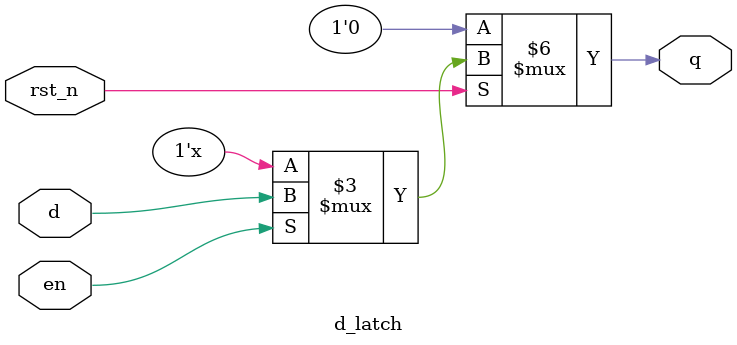
<source format=v>
module d_latch
(
    input  d,
    input  rst_n,
    input en,
    output reg q
);

    always @ (en or rst_n or d)
      if (!rst_n)
         q <= 0;
      else
         if (en)
            q <= d;

endmodule

</source>
